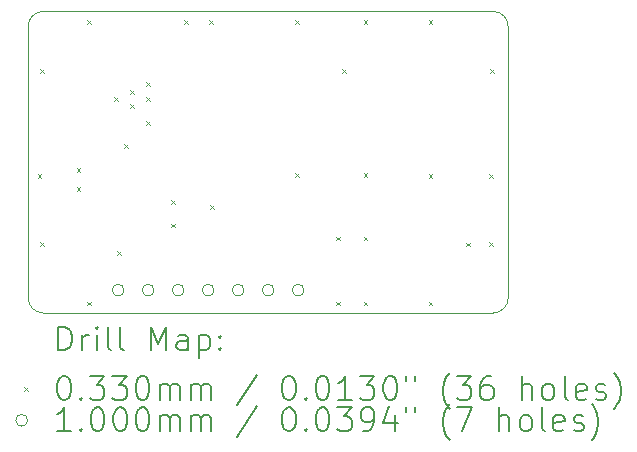
<source format=gbr>
%TF.GenerationSoftware,KiCad,Pcbnew,7.0.8*%
%TF.CreationDate,2023-10-02T15:07:20-07:00*%
%TF.ProjectId,PCM510xA_I2S_DAC,50434d35-3130-4784-915f-4932535f4441,0.0.2*%
%TF.SameCoordinates,Original*%
%TF.FileFunction,Drillmap*%
%TF.FilePolarity,Positive*%
%FSLAX45Y45*%
G04 Gerber Fmt 4.5, Leading zero omitted, Abs format (unit mm)*
G04 Created by KiCad (PCBNEW 7.0.8) date 2023-10-02 15:07:20*
%MOMM*%
%LPD*%
G01*
G04 APERTURE LIST*
%ADD10C,0.100000*%
%ADD11C,0.200000*%
%ADD12C,0.033020*%
G04 APERTURE END LIST*
D10*
X15748000Y-11532513D02*
X15748000Y-9233813D01*
X11684000Y-11532513D02*
G75*
G03*
X11811017Y-11659530I127020J3D01*
G01*
X11684000Y-9233813D02*
X11684000Y-11532513D01*
X15620983Y-11659530D02*
G75*
G03*
X15748000Y-11532513I7J127010D01*
G01*
X15748004Y-9233813D02*
G75*
G03*
X15620983Y-9106796I-127024J-7D01*
G01*
X15620983Y-9106796D02*
X11811000Y-9106796D01*
X15620983Y-11659530D02*
X11811000Y-11659530D01*
X11811017Y-9106790D02*
G75*
G03*
X11684000Y-9233813I13J-127030D01*
G01*
D11*
D12*
X11763490Y-10483490D02*
X11796510Y-10516510D01*
X11796510Y-10483490D02*
X11763490Y-10516510D01*
X11783490Y-9593490D02*
X11816510Y-9626510D01*
X11816510Y-9593490D02*
X11783490Y-9626510D01*
X11783490Y-11063490D02*
X11816510Y-11096510D01*
X11816510Y-11063490D02*
X11783490Y-11096510D01*
X12093490Y-10433490D02*
X12126510Y-10466510D01*
X12126510Y-10433490D02*
X12093490Y-10466510D01*
X12093490Y-10593490D02*
X12126510Y-10626510D01*
X12126510Y-10593490D02*
X12093490Y-10626510D01*
X12183490Y-9183490D02*
X12216510Y-9216510D01*
X12216510Y-9183490D02*
X12183490Y-9216510D01*
X12183490Y-11563490D02*
X12216510Y-11596510D01*
X12216510Y-11563490D02*
X12183490Y-11596510D01*
X12412490Y-9831490D02*
X12445510Y-9864510D01*
X12445510Y-9831490D02*
X12412490Y-9864510D01*
X12437490Y-11135490D02*
X12470510Y-11168510D01*
X12470510Y-11135490D02*
X12437490Y-11168510D01*
X12493490Y-10233490D02*
X12526510Y-10266510D01*
X12526510Y-10233490D02*
X12493490Y-10266510D01*
X12543490Y-9773490D02*
X12576510Y-9806510D01*
X12576510Y-9773490D02*
X12543490Y-9806510D01*
X12543490Y-9893490D02*
X12576510Y-9926510D01*
X12576510Y-9893490D02*
X12543490Y-9926510D01*
X12683490Y-9703490D02*
X12716510Y-9736510D01*
X12716510Y-9703490D02*
X12683490Y-9736510D01*
X12683490Y-9833490D02*
X12716510Y-9866510D01*
X12716510Y-9833490D02*
X12683490Y-9866510D01*
X12683490Y-10033490D02*
X12716510Y-10066510D01*
X12716510Y-10033490D02*
X12683490Y-10066510D01*
X12892490Y-10706490D02*
X12925510Y-10739510D01*
X12925510Y-10706490D02*
X12892490Y-10739510D01*
X12893490Y-10903490D02*
X12926510Y-10936510D01*
X12926510Y-10903490D02*
X12893490Y-10936510D01*
X13003490Y-9183490D02*
X13036510Y-9216510D01*
X13036510Y-9183490D02*
X13003490Y-9216510D01*
X13213490Y-9183490D02*
X13246510Y-9216510D01*
X13246510Y-9183490D02*
X13213490Y-9216510D01*
X13223490Y-10743490D02*
X13256510Y-10776510D01*
X13256510Y-10743490D02*
X13223490Y-10776510D01*
X13943490Y-9183490D02*
X13976510Y-9216510D01*
X13976510Y-9183490D02*
X13943490Y-9216510D01*
X13943490Y-10473490D02*
X13976510Y-10506510D01*
X13976510Y-10473490D02*
X13943490Y-10506510D01*
X14293490Y-11013490D02*
X14326510Y-11046510D01*
X14326510Y-11013490D02*
X14293490Y-11046510D01*
X14293490Y-11563490D02*
X14326510Y-11596510D01*
X14326510Y-11563490D02*
X14293490Y-11596510D01*
X14343490Y-9593490D02*
X14376510Y-9626510D01*
X14376510Y-9593490D02*
X14343490Y-9626510D01*
X14523490Y-9183490D02*
X14556510Y-9216510D01*
X14556510Y-9183490D02*
X14523490Y-9216510D01*
X14523490Y-10473490D02*
X14556510Y-10506510D01*
X14556510Y-10473490D02*
X14523490Y-10506510D01*
X14523490Y-11013490D02*
X14556510Y-11046510D01*
X14556510Y-11013490D02*
X14523490Y-11046510D01*
X14523490Y-11563490D02*
X14556510Y-11596510D01*
X14556510Y-11563490D02*
X14523490Y-11596510D01*
X15073490Y-9183490D02*
X15106510Y-9216510D01*
X15106510Y-9183490D02*
X15073490Y-9216510D01*
X15073490Y-11563490D02*
X15106510Y-11596510D01*
X15106510Y-11563490D02*
X15073490Y-11596510D01*
X15073630Y-10482223D02*
X15106650Y-10515243D01*
X15106650Y-10482223D02*
X15073630Y-10515243D01*
X15388590Y-11063883D02*
X15421610Y-11096903D01*
X15421610Y-11063883D02*
X15388590Y-11096903D01*
X15583490Y-10483490D02*
X15616510Y-10516510D01*
X15616510Y-10483490D02*
X15583490Y-10516510D01*
X15583490Y-11063490D02*
X15616510Y-11096510D01*
X15616510Y-11063490D02*
X15583490Y-11096510D01*
X15593490Y-9593490D02*
X15626510Y-9626510D01*
X15626510Y-9593490D02*
X15593490Y-9626510D01*
D10*
X12496000Y-11466513D02*
G75*
G03*
X12496000Y-11466513I-50000J0D01*
G01*
X12750000Y-11466513D02*
G75*
G03*
X12750000Y-11466513I-50000J0D01*
G01*
X13004000Y-11466513D02*
G75*
G03*
X13004000Y-11466513I-50000J0D01*
G01*
X13258000Y-11466513D02*
G75*
G03*
X13258000Y-11466513I-50000J0D01*
G01*
X13512000Y-11466513D02*
G75*
G03*
X13512000Y-11466513I-50000J0D01*
G01*
X13766000Y-11466513D02*
G75*
G03*
X13766000Y-11466513I-50000J0D01*
G01*
X14020000Y-11466513D02*
G75*
G03*
X14020000Y-11466513I-50000J0D01*
G01*
D11*
X11939777Y-11976014D02*
X11939777Y-11776014D01*
X11939777Y-11776014D02*
X11987396Y-11776014D01*
X11987396Y-11776014D02*
X12015967Y-11785538D01*
X12015967Y-11785538D02*
X12035015Y-11804585D01*
X12035015Y-11804585D02*
X12044539Y-11823633D01*
X12044539Y-11823633D02*
X12054062Y-11861728D01*
X12054062Y-11861728D02*
X12054062Y-11890299D01*
X12054062Y-11890299D02*
X12044539Y-11928395D01*
X12044539Y-11928395D02*
X12035015Y-11947442D01*
X12035015Y-11947442D02*
X12015967Y-11966490D01*
X12015967Y-11966490D02*
X11987396Y-11976014D01*
X11987396Y-11976014D02*
X11939777Y-11976014D01*
X12139777Y-11976014D02*
X12139777Y-11842680D01*
X12139777Y-11880776D02*
X12149301Y-11861728D01*
X12149301Y-11861728D02*
X12158824Y-11852204D01*
X12158824Y-11852204D02*
X12177872Y-11842680D01*
X12177872Y-11842680D02*
X12196920Y-11842680D01*
X12263586Y-11976014D02*
X12263586Y-11842680D01*
X12263586Y-11776014D02*
X12254062Y-11785538D01*
X12254062Y-11785538D02*
X12263586Y-11795061D01*
X12263586Y-11795061D02*
X12273110Y-11785538D01*
X12273110Y-11785538D02*
X12263586Y-11776014D01*
X12263586Y-11776014D02*
X12263586Y-11795061D01*
X12387396Y-11976014D02*
X12368348Y-11966490D01*
X12368348Y-11966490D02*
X12358824Y-11947442D01*
X12358824Y-11947442D02*
X12358824Y-11776014D01*
X12492158Y-11976014D02*
X12473110Y-11966490D01*
X12473110Y-11966490D02*
X12463586Y-11947442D01*
X12463586Y-11947442D02*
X12463586Y-11776014D01*
X12720729Y-11976014D02*
X12720729Y-11776014D01*
X12720729Y-11776014D02*
X12787396Y-11918871D01*
X12787396Y-11918871D02*
X12854062Y-11776014D01*
X12854062Y-11776014D02*
X12854062Y-11976014D01*
X13035015Y-11976014D02*
X13035015Y-11871252D01*
X13035015Y-11871252D02*
X13025491Y-11852204D01*
X13025491Y-11852204D02*
X13006443Y-11842680D01*
X13006443Y-11842680D02*
X12968348Y-11842680D01*
X12968348Y-11842680D02*
X12949301Y-11852204D01*
X13035015Y-11966490D02*
X13015967Y-11976014D01*
X13015967Y-11976014D02*
X12968348Y-11976014D01*
X12968348Y-11976014D02*
X12949301Y-11966490D01*
X12949301Y-11966490D02*
X12939777Y-11947442D01*
X12939777Y-11947442D02*
X12939777Y-11928395D01*
X12939777Y-11928395D02*
X12949301Y-11909347D01*
X12949301Y-11909347D02*
X12968348Y-11899823D01*
X12968348Y-11899823D02*
X13015967Y-11899823D01*
X13015967Y-11899823D02*
X13035015Y-11890299D01*
X13130253Y-11842680D02*
X13130253Y-12042680D01*
X13130253Y-11852204D02*
X13149301Y-11842680D01*
X13149301Y-11842680D02*
X13187396Y-11842680D01*
X13187396Y-11842680D02*
X13206443Y-11852204D01*
X13206443Y-11852204D02*
X13215967Y-11861728D01*
X13215967Y-11861728D02*
X13225491Y-11880776D01*
X13225491Y-11880776D02*
X13225491Y-11937918D01*
X13225491Y-11937918D02*
X13215967Y-11956966D01*
X13215967Y-11956966D02*
X13206443Y-11966490D01*
X13206443Y-11966490D02*
X13187396Y-11976014D01*
X13187396Y-11976014D02*
X13149301Y-11976014D01*
X13149301Y-11976014D02*
X13130253Y-11966490D01*
X13311205Y-11956966D02*
X13320729Y-11966490D01*
X13320729Y-11966490D02*
X13311205Y-11976014D01*
X13311205Y-11976014D02*
X13301682Y-11966490D01*
X13301682Y-11966490D02*
X13311205Y-11956966D01*
X13311205Y-11956966D02*
X13311205Y-11976014D01*
X13311205Y-11852204D02*
X13320729Y-11861728D01*
X13320729Y-11861728D02*
X13311205Y-11871252D01*
X13311205Y-11871252D02*
X13301682Y-11861728D01*
X13301682Y-11861728D02*
X13311205Y-11852204D01*
X13311205Y-11852204D02*
X13311205Y-11871252D01*
D12*
X11645980Y-12288020D02*
X11679000Y-12321040D01*
X11679000Y-12288020D02*
X11645980Y-12321040D01*
D11*
X11977872Y-12196014D02*
X11996920Y-12196014D01*
X11996920Y-12196014D02*
X12015967Y-12205538D01*
X12015967Y-12205538D02*
X12025491Y-12215061D01*
X12025491Y-12215061D02*
X12035015Y-12234109D01*
X12035015Y-12234109D02*
X12044539Y-12272204D01*
X12044539Y-12272204D02*
X12044539Y-12319823D01*
X12044539Y-12319823D02*
X12035015Y-12357918D01*
X12035015Y-12357918D02*
X12025491Y-12376966D01*
X12025491Y-12376966D02*
X12015967Y-12386490D01*
X12015967Y-12386490D02*
X11996920Y-12396014D01*
X11996920Y-12396014D02*
X11977872Y-12396014D01*
X11977872Y-12396014D02*
X11958824Y-12386490D01*
X11958824Y-12386490D02*
X11949301Y-12376966D01*
X11949301Y-12376966D02*
X11939777Y-12357918D01*
X11939777Y-12357918D02*
X11930253Y-12319823D01*
X11930253Y-12319823D02*
X11930253Y-12272204D01*
X11930253Y-12272204D02*
X11939777Y-12234109D01*
X11939777Y-12234109D02*
X11949301Y-12215061D01*
X11949301Y-12215061D02*
X11958824Y-12205538D01*
X11958824Y-12205538D02*
X11977872Y-12196014D01*
X12130253Y-12376966D02*
X12139777Y-12386490D01*
X12139777Y-12386490D02*
X12130253Y-12396014D01*
X12130253Y-12396014D02*
X12120729Y-12386490D01*
X12120729Y-12386490D02*
X12130253Y-12376966D01*
X12130253Y-12376966D02*
X12130253Y-12396014D01*
X12206443Y-12196014D02*
X12330253Y-12196014D01*
X12330253Y-12196014D02*
X12263586Y-12272204D01*
X12263586Y-12272204D02*
X12292158Y-12272204D01*
X12292158Y-12272204D02*
X12311205Y-12281728D01*
X12311205Y-12281728D02*
X12320729Y-12291252D01*
X12320729Y-12291252D02*
X12330253Y-12310299D01*
X12330253Y-12310299D02*
X12330253Y-12357918D01*
X12330253Y-12357918D02*
X12320729Y-12376966D01*
X12320729Y-12376966D02*
X12311205Y-12386490D01*
X12311205Y-12386490D02*
X12292158Y-12396014D01*
X12292158Y-12396014D02*
X12235015Y-12396014D01*
X12235015Y-12396014D02*
X12215967Y-12386490D01*
X12215967Y-12386490D02*
X12206443Y-12376966D01*
X12396920Y-12196014D02*
X12520729Y-12196014D01*
X12520729Y-12196014D02*
X12454062Y-12272204D01*
X12454062Y-12272204D02*
X12482634Y-12272204D01*
X12482634Y-12272204D02*
X12501682Y-12281728D01*
X12501682Y-12281728D02*
X12511205Y-12291252D01*
X12511205Y-12291252D02*
X12520729Y-12310299D01*
X12520729Y-12310299D02*
X12520729Y-12357918D01*
X12520729Y-12357918D02*
X12511205Y-12376966D01*
X12511205Y-12376966D02*
X12501682Y-12386490D01*
X12501682Y-12386490D02*
X12482634Y-12396014D01*
X12482634Y-12396014D02*
X12425491Y-12396014D01*
X12425491Y-12396014D02*
X12406443Y-12386490D01*
X12406443Y-12386490D02*
X12396920Y-12376966D01*
X12644539Y-12196014D02*
X12663586Y-12196014D01*
X12663586Y-12196014D02*
X12682634Y-12205538D01*
X12682634Y-12205538D02*
X12692158Y-12215061D01*
X12692158Y-12215061D02*
X12701682Y-12234109D01*
X12701682Y-12234109D02*
X12711205Y-12272204D01*
X12711205Y-12272204D02*
X12711205Y-12319823D01*
X12711205Y-12319823D02*
X12701682Y-12357918D01*
X12701682Y-12357918D02*
X12692158Y-12376966D01*
X12692158Y-12376966D02*
X12682634Y-12386490D01*
X12682634Y-12386490D02*
X12663586Y-12396014D01*
X12663586Y-12396014D02*
X12644539Y-12396014D01*
X12644539Y-12396014D02*
X12625491Y-12386490D01*
X12625491Y-12386490D02*
X12615967Y-12376966D01*
X12615967Y-12376966D02*
X12606443Y-12357918D01*
X12606443Y-12357918D02*
X12596920Y-12319823D01*
X12596920Y-12319823D02*
X12596920Y-12272204D01*
X12596920Y-12272204D02*
X12606443Y-12234109D01*
X12606443Y-12234109D02*
X12615967Y-12215061D01*
X12615967Y-12215061D02*
X12625491Y-12205538D01*
X12625491Y-12205538D02*
X12644539Y-12196014D01*
X12796920Y-12396014D02*
X12796920Y-12262680D01*
X12796920Y-12281728D02*
X12806443Y-12272204D01*
X12806443Y-12272204D02*
X12825491Y-12262680D01*
X12825491Y-12262680D02*
X12854063Y-12262680D01*
X12854063Y-12262680D02*
X12873110Y-12272204D01*
X12873110Y-12272204D02*
X12882634Y-12291252D01*
X12882634Y-12291252D02*
X12882634Y-12396014D01*
X12882634Y-12291252D02*
X12892158Y-12272204D01*
X12892158Y-12272204D02*
X12911205Y-12262680D01*
X12911205Y-12262680D02*
X12939777Y-12262680D01*
X12939777Y-12262680D02*
X12958824Y-12272204D01*
X12958824Y-12272204D02*
X12968348Y-12291252D01*
X12968348Y-12291252D02*
X12968348Y-12396014D01*
X13063586Y-12396014D02*
X13063586Y-12262680D01*
X13063586Y-12281728D02*
X13073110Y-12272204D01*
X13073110Y-12272204D02*
X13092158Y-12262680D01*
X13092158Y-12262680D02*
X13120729Y-12262680D01*
X13120729Y-12262680D02*
X13139777Y-12272204D01*
X13139777Y-12272204D02*
X13149301Y-12291252D01*
X13149301Y-12291252D02*
X13149301Y-12396014D01*
X13149301Y-12291252D02*
X13158824Y-12272204D01*
X13158824Y-12272204D02*
X13177872Y-12262680D01*
X13177872Y-12262680D02*
X13206443Y-12262680D01*
X13206443Y-12262680D02*
X13225491Y-12272204D01*
X13225491Y-12272204D02*
X13235015Y-12291252D01*
X13235015Y-12291252D02*
X13235015Y-12396014D01*
X13625491Y-12186490D02*
X13454063Y-12443633D01*
X13882634Y-12196014D02*
X13901682Y-12196014D01*
X13901682Y-12196014D02*
X13920729Y-12205538D01*
X13920729Y-12205538D02*
X13930253Y-12215061D01*
X13930253Y-12215061D02*
X13939777Y-12234109D01*
X13939777Y-12234109D02*
X13949301Y-12272204D01*
X13949301Y-12272204D02*
X13949301Y-12319823D01*
X13949301Y-12319823D02*
X13939777Y-12357918D01*
X13939777Y-12357918D02*
X13930253Y-12376966D01*
X13930253Y-12376966D02*
X13920729Y-12386490D01*
X13920729Y-12386490D02*
X13901682Y-12396014D01*
X13901682Y-12396014D02*
X13882634Y-12396014D01*
X13882634Y-12396014D02*
X13863586Y-12386490D01*
X13863586Y-12386490D02*
X13854063Y-12376966D01*
X13854063Y-12376966D02*
X13844539Y-12357918D01*
X13844539Y-12357918D02*
X13835015Y-12319823D01*
X13835015Y-12319823D02*
X13835015Y-12272204D01*
X13835015Y-12272204D02*
X13844539Y-12234109D01*
X13844539Y-12234109D02*
X13854063Y-12215061D01*
X13854063Y-12215061D02*
X13863586Y-12205538D01*
X13863586Y-12205538D02*
X13882634Y-12196014D01*
X14035015Y-12376966D02*
X14044539Y-12386490D01*
X14044539Y-12386490D02*
X14035015Y-12396014D01*
X14035015Y-12396014D02*
X14025491Y-12386490D01*
X14025491Y-12386490D02*
X14035015Y-12376966D01*
X14035015Y-12376966D02*
X14035015Y-12396014D01*
X14168348Y-12196014D02*
X14187396Y-12196014D01*
X14187396Y-12196014D02*
X14206444Y-12205538D01*
X14206444Y-12205538D02*
X14215967Y-12215061D01*
X14215967Y-12215061D02*
X14225491Y-12234109D01*
X14225491Y-12234109D02*
X14235015Y-12272204D01*
X14235015Y-12272204D02*
X14235015Y-12319823D01*
X14235015Y-12319823D02*
X14225491Y-12357918D01*
X14225491Y-12357918D02*
X14215967Y-12376966D01*
X14215967Y-12376966D02*
X14206444Y-12386490D01*
X14206444Y-12386490D02*
X14187396Y-12396014D01*
X14187396Y-12396014D02*
X14168348Y-12396014D01*
X14168348Y-12396014D02*
X14149301Y-12386490D01*
X14149301Y-12386490D02*
X14139777Y-12376966D01*
X14139777Y-12376966D02*
X14130253Y-12357918D01*
X14130253Y-12357918D02*
X14120729Y-12319823D01*
X14120729Y-12319823D02*
X14120729Y-12272204D01*
X14120729Y-12272204D02*
X14130253Y-12234109D01*
X14130253Y-12234109D02*
X14139777Y-12215061D01*
X14139777Y-12215061D02*
X14149301Y-12205538D01*
X14149301Y-12205538D02*
X14168348Y-12196014D01*
X14425491Y-12396014D02*
X14311206Y-12396014D01*
X14368348Y-12396014D02*
X14368348Y-12196014D01*
X14368348Y-12196014D02*
X14349301Y-12224585D01*
X14349301Y-12224585D02*
X14330253Y-12243633D01*
X14330253Y-12243633D02*
X14311206Y-12253157D01*
X14492158Y-12196014D02*
X14615967Y-12196014D01*
X14615967Y-12196014D02*
X14549301Y-12272204D01*
X14549301Y-12272204D02*
X14577872Y-12272204D01*
X14577872Y-12272204D02*
X14596920Y-12281728D01*
X14596920Y-12281728D02*
X14606444Y-12291252D01*
X14606444Y-12291252D02*
X14615967Y-12310299D01*
X14615967Y-12310299D02*
X14615967Y-12357918D01*
X14615967Y-12357918D02*
X14606444Y-12376966D01*
X14606444Y-12376966D02*
X14596920Y-12386490D01*
X14596920Y-12386490D02*
X14577872Y-12396014D01*
X14577872Y-12396014D02*
X14520729Y-12396014D01*
X14520729Y-12396014D02*
X14501682Y-12386490D01*
X14501682Y-12386490D02*
X14492158Y-12376966D01*
X14739777Y-12196014D02*
X14758825Y-12196014D01*
X14758825Y-12196014D02*
X14777872Y-12205538D01*
X14777872Y-12205538D02*
X14787396Y-12215061D01*
X14787396Y-12215061D02*
X14796920Y-12234109D01*
X14796920Y-12234109D02*
X14806444Y-12272204D01*
X14806444Y-12272204D02*
X14806444Y-12319823D01*
X14806444Y-12319823D02*
X14796920Y-12357918D01*
X14796920Y-12357918D02*
X14787396Y-12376966D01*
X14787396Y-12376966D02*
X14777872Y-12386490D01*
X14777872Y-12386490D02*
X14758825Y-12396014D01*
X14758825Y-12396014D02*
X14739777Y-12396014D01*
X14739777Y-12396014D02*
X14720729Y-12386490D01*
X14720729Y-12386490D02*
X14711206Y-12376966D01*
X14711206Y-12376966D02*
X14701682Y-12357918D01*
X14701682Y-12357918D02*
X14692158Y-12319823D01*
X14692158Y-12319823D02*
X14692158Y-12272204D01*
X14692158Y-12272204D02*
X14701682Y-12234109D01*
X14701682Y-12234109D02*
X14711206Y-12215061D01*
X14711206Y-12215061D02*
X14720729Y-12205538D01*
X14720729Y-12205538D02*
X14739777Y-12196014D01*
X14882634Y-12196014D02*
X14882634Y-12234109D01*
X14958825Y-12196014D02*
X14958825Y-12234109D01*
X15254063Y-12472204D02*
X15244539Y-12462680D01*
X15244539Y-12462680D02*
X15225491Y-12434109D01*
X15225491Y-12434109D02*
X15215968Y-12415061D01*
X15215968Y-12415061D02*
X15206444Y-12386490D01*
X15206444Y-12386490D02*
X15196920Y-12338871D01*
X15196920Y-12338871D02*
X15196920Y-12300776D01*
X15196920Y-12300776D02*
X15206444Y-12253157D01*
X15206444Y-12253157D02*
X15215968Y-12224585D01*
X15215968Y-12224585D02*
X15225491Y-12205538D01*
X15225491Y-12205538D02*
X15244539Y-12176966D01*
X15244539Y-12176966D02*
X15254063Y-12167442D01*
X15311206Y-12196014D02*
X15435015Y-12196014D01*
X15435015Y-12196014D02*
X15368348Y-12272204D01*
X15368348Y-12272204D02*
X15396920Y-12272204D01*
X15396920Y-12272204D02*
X15415968Y-12281728D01*
X15415968Y-12281728D02*
X15425491Y-12291252D01*
X15425491Y-12291252D02*
X15435015Y-12310299D01*
X15435015Y-12310299D02*
X15435015Y-12357918D01*
X15435015Y-12357918D02*
X15425491Y-12376966D01*
X15425491Y-12376966D02*
X15415968Y-12386490D01*
X15415968Y-12386490D02*
X15396920Y-12396014D01*
X15396920Y-12396014D02*
X15339777Y-12396014D01*
X15339777Y-12396014D02*
X15320729Y-12386490D01*
X15320729Y-12386490D02*
X15311206Y-12376966D01*
X15606444Y-12196014D02*
X15568348Y-12196014D01*
X15568348Y-12196014D02*
X15549301Y-12205538D01*
X15549301Y-12205538D02*
X15539777Y-12215061D01*
X15539777Y-12215061D02*
X15520729Y-12243633D01*
X15520729Y-12243633D02*
X15511206Y-12281728D01*
X15511206Y-12281728D02*
X15511206Y-12357918D01*
X15511206Y-12357918D02*
X15520729Y-12376966D01*
X15520729Y-12376966D02*
X15530253Y-12386490D01*
X15530253Y-12386490D02*
X15549301Y-12396014D01*
X15549301Y-12396014D02*
X15587396Y-12396014D01*
X15587396Y-12396014D02*
X15606444Y-12386490D01*
X15606444Y-12386490D02*
X15615968Y-12376966D01*
X15615968Y-12376966D02*
X15625491Y-12357918D01*
X15625491Y-12357918D02*
X15625491Y-12310299D01*
X15625491Y-12310299D02*
X15615968Y-12291252D01*
X15615968Y-12291252D02*
X15606444Y-12281728D01*
X15606444Y-12281728D02*
X15587396Y-12272204D01*
X15587396Y-12272204D02*
X15549301Y-12272204D01*
X15549301Y-12272204D02*
X15530253Y-12281728D01*
X15530253Y-12281728D02*
X15520729Y-12291252D01*
X15520729Y-12291252D02*
X15511206Y-12310299D01*
X15863587Y-12396014D02*
X15863587Y-12196014D01*
X15949301Y-12396014D02*
X15949301Y-12291252D01*
X15949301Y-12291252D02*
X15939777Y-12272204D01*
X15939777Y-12272204D02*
X15920730Y-12262680D01*
X15920730Y-12262680D02*
X15892158Y-12262680D01*
X15892158Y-12262680D02*
X15873110Y-12272204D01*
X15873110Y-12272204D02*
X15863587Y-12281728D01*
X16073110Y-12396014D02*
X16054063Y-12386490D01*
X16054063Y-12386490D02*
X16044539Y-12376966D01*
X16044539Y-12376966D02*
X16035015Y-12357918D01*
X16035015Y-12357918D02*
X16035015Y-12300776D01*
X16035015Y-12300776D02*
X16044539Y-12281728D01*
X16044539Y-12281728D02*
X16054063Y-12272204D01*
X16054063Y-12272204D02*
X16073110Y-12262680D01*
X16073110Y-12262680D02*
X16101682Y-12262680D01*
X16101682Y-12262680D02*
X16120730Y-12272204D01*
X16120730Y-12272204D02*
X16130253Y-12281728D01*
X16130253Y-12281728D02*
X16139777Y-12300776D01*
X16139777Y-12300776D02*
X16139777Y-12357918D01*
X16139777Y-12357918D02*
X16130253Y-12376966D01*
X16130253Y-12376966D02*
X16120730Y-12386490D01*
X16120730Y-12386490D02*
X16101682Y-12396014D01*
X16101682Y-12396014D02*
X16073110Y-12396014D01*
X16254063Y-12396014D02*
X16235015Y-12386490D01*
X16235015Y-12386490D02*
X16225491Y-12367442D01*
X16225491Y-12367442D02*
X16225491Y-12196014D01*
X16406444Y-12386490D02*
X16387396Y-12396014D01*
X16387396Y-12396014D02*
X16349301Y-12396014D01*
X16349301Y-12396014D02*
X16330253Y-12386490D01*
X16330253Y-12386490D02*
X16320730Y-12367442D01*
X16320730Y-12367442D02*
X16320730Y-12291252D01*
X16320730Y-12291252D02*
X16330253Y-12272204D01*
X16330253Y-12272204D02*
X16349301Y-12262680D01*
X16349301Y-12262680D02*
X16387396Y-12262680D01*
X16387396Y-12262680D02*
X16406444Y-12272204D01*
X16406444Y-12272204D02*
X16415968Y-12291252D01*
X16415968Y-12291252D02*
X16415968Y-12310299D01*
X16415968Y-12310299D02*
X16320730Y-12329347D01*
X16492158Y-12386490D02*
X16511206Y-12396014D01*
X16511206Y-12396014D02*
X16549301Y-12396014D01*
X16549301Y-12396014D02*
X16568349Y-12386490D01*
X16568349Y-12386490D02*
X16577872Y-12367442D01*
X16577872Y-12367442D02*
X16577872Y-12357918D01*
X16577872Y-12357918D02*
X16568349Y-12338871D01*
X16568349Y-12338871D02*
X16549301Y-12329347D01*
X16549301Y-12329347D02*
X16520730Y-12329347D01*
X16520730Y-12329347D02*
X16501682Y-12319823D01*
X16501682Y-12319823D02*
X16492158Y-12300776D01*
X16492158Y-12300776D02*
X16492158Y-12291252D01*
X16492158Y-12291252D02*
X16501682Y-12272204D01*
X16501682Y-12272204D02*
X16520730Y-12262680D01*
X16520730Y-12262680D02*
X16549301Y-12262680D01*
X16549301Y-12262680D02*
X16568349Y-12272204D01*
X16644539Y-12472204D02*
X16654063Y-12462680D01*
X16654063Y-12462680D02*
X16673111Y-12434109D01*
X16673111Y-12434109D02*
X16682634Y-12415061D01*
X16682634Y-12415061D02*
X16692158Y-12386490D01*
X16692158Y-12386490D02*
X16701682Y-12338871D01*
X16701682Y-12338871D02*
X16701682Y-12300776D01*
X16701682Y-12300776D02*
X16692158Y-12253157D01*
X16692158Y-12253157D02*
X16682634Y-12224585D01*
X16682634Y-12224585D02*
X16673111Y-12205538D01*
X16673111Y-12205538D02*
X16654063Y-12176966D01*
X16654063Y-12176966D02*
X16644539Y-12167442D01*
D10*
X11679000Y-12568530D02*
G75*
G03*
X11679000Y-12568530I-50000J0D01*
G01*
D11*
X12044539Y-12660014D02*
X11930253Y-12660014D01*
X11987396Y-12660014D02*
X11987396Y-12460014D01*
X11987396Y-12460014D02*
X11968348Y-12488585D01*
X11968348Y-12488585D02*
X11949301Y-12507633D01*
X11949301Y-12507633D02*
X11930253Y-12517157D01*
X12130253Y-12640966D02*
X12139777Y-12650490D01*
X12139777Y-12650490D02*
X12130253Y-12660014D01*
X12130253Y-12660014D02*
X12120729Y-12650490D01*
X12120729Y-12650490D02*
X12130253Y-12640966D01*
X12130253Y-12640966D02*
X12130253Y-12660014D01*
X12263586Y-12460014D02*
X12282634Y-12460014D01*
X12282634Y-12460014D02*
X12301682Y-12469538D01*
X12301682Y-12469538D02*
X12311205Y-12479061D01*
X12311205Y-12479061D02*
X12320729Y-12498109D01*
X12320729Y-12498109D02*
X12330253Y-12536204D01*
X12330253Y-12536204D02*
X12330253Y-12583823D01*
X12330253Y-12583823D02*
X12320729Y-12621918D01*
X12320729Y-12621918D02*
X12311205Y-12640966D01*
X12311205Y-12640966D02*
X12301682Y-12650490D01*
X12301682Y-12650490D02*
X12282634Y-12660014D01*
X12282634Y-12660014D02*
X12263586Y-12660014D01*
X12263586Y-12660014D02*
X12244539Y-12650490D01*
X12244539Y-12650490D02*
X12235015Y-12640966D01*
X12235015Y-12640966D02*
X12225491Y-12621918D01*
X12225491Y-12621918D02*
X12215967Y-12583823D01*
X12215967Y-12583823D02*
X12215967Y-12536204D01*
X12215967Y-12536204D02*
X12225491Y-12498109D01*
X12225491Y-12498109D02*
X12235015Y-12479061D01*
X12235015Y-12479061D02*
X12244539Y-12469538D01*
X12244539Y-12469538D02*
X12263586Y-12460014D01*
X12454062Y-12460014D02*
X12473110Y-12460014D01*
X12473110Y-12460014D02*
X12492158Y-12469538D01*
X12492158Y-12469538D02*
X12501682Y-12479061D01*
X12501682Y-12479061D02*
X12511205Y-12498109D01*
X12511205Y-12498109D02*
X12520729Y-12536204D01*
X12520729Y-12536204D02*
X12520729Y-12583823D01*
X12520729Y-12583823D02*
X12511205Y-12621918D01*
X12511205Y-12621918D02*
X12501682Y-12640966D01*
X12501682Y-12640966D02*
X12492158Y-12650490D01*
X12492158Y-12650490D02*
X12473110Y-12660014D01*
X12473110Y-12660014D02*
X12454062Y-12660014D01*
X12454062Y-12660014D02*
X12435015Y-12650490D01*
X12435015Y-12650490D02*
X12425491Y-12640966D01*
X12425491Y-12640966D02*
X12415967Y-12621918D01*
X12415967Y-12621918D02*
X12406443Y-12583823D01*
X12406443Y-12583823D02*
X12406443Y-12536204D01*
X12406443Y-12536204D02*
X12415967Y-12498109D01*
X12415967Y-12498109D02*
X12425491Y-12479061D01*
X12425491Y-12479061D02*
X12435015Y-12469538D01*
X12435015Y-12469538D02*
X12454062Y-12460014D01*
X12644539Y-12460014D02*
X12663586Y-12460014D01*
X12663586Y-12460014D02*
X12682634Y-12469538D01*
X12682634Y-12469538D02*
X12692158Y-12479061D01*
X12692158Y-12479061D02*
X12701682Y-12498109D01*
X12701682Y-12498109D02*
X12711205Y-12536204D01*
X12711205Y-12536204D02*
X12711205Y-12583823D01*
X12711205Y-12583823D02*
X12701682Y-12621918D01*
X12701682Y-12621918D02*
X12692158Y-12640966D01*
X12692158Y-12640966D02*
X12682634Y-12650490D01*
X12682634Y-12650490D02*
X12663586Y-12660014D01*
X12663586Y-12660014D02*
X12644539Y-12660014D01*
X12644539Y-12660014D02*
X12625491Y-12650490D01*
X12625491Y-12650490D02*
X12615967Y-12640966D01*
X12615967Y-12640966D02*
X12606443Y-12621918D01*
X12606443Y-12621918D02*
X12596920Y-12583823D01*
X12596920Y-12583823D02*
X12596920Y-12536204D01*
X12596920Y-12536204D02*
X12606443Y-12498109D01*
X12606443Y-12498109D02*
X12615967Y-12479061D01*
X12615967Y-12479061D02*
X12625491Y-12469538D01*
X12625491Y-12469538D02*
X12644539Y-12460014D01*
X12796920Y-12660014D02*
X12796920Y-12526680D01*
X12796920Y-12545728D02*
X12806443Y-12536204D01*
X12806443Y-12536204D02*
X12825491Y-12526680D01*
X12825491Y-12526680D02*
X12854063Y-12526680D01*
X12854063Y-12526680D02*
X12873110Y-12536204D01*
X12873110Y-12536204D02*
X12882634Y-12555252D01*
X12882634Y-12555252D02*
X12882634Y-12660014D01*
X12882634Y-12555252D02*
X12892158Y-12536204D01*
X12892158Y-12536204D02*
X12911205Y-12526680D01*
X12911205Y-12526680D02*
X12939777Y-12526680D01*
X12939777Y-12526680D02*
X12958824Y-12536204D01*
X12958824Y-12536204D02*
X12968348Y-12555252D01*
X12968348Y-12555252D02*
X12968348Y-12660014D01*
X13063586Y-12660014D02*
X13063586Y-12526680D01*
X13063586Y-12545728D02*
X13073110Y-12536204D01*
X13073110Y-12536204D02*
X13092158Y-12526680D01*
X13092158Y-12526680D02*
X13120729Y-12526680D01*
X13120729Y-12526680D02*
X13139777Y-12536204D01*
X13139777Y-12536204D02*
X13149301Y-12555252D01*
X13149301Y-12555252D02*
X13149301Y-12660014D01*
X13149301Y-12555252D02*
X13158824Y-12536204D01*
X13158824Y-12536204D02*
X13177872Y-12526680D01*
X13177872Y-12526680D02*
X13206443Y-12526680D01*
X13206443Y-12526680D02*
X13225491Y-12536204D01*
X13225491Y-12536204D02*
X13235015Y-12555252D01*
X13235015Y-12555252D02*
X13235015Y-12660014D01*
X13625491Y-12450490D02*
X13454063Y-12707633D01*
X13882634Y-12460014D02*
X13901682Y-12460014D01*
X13901682Y-12460014D02*
X13920729Y-12469538D01*
X13920729Y-12469538D02*
X13930253Y-12479061D01*
X13930253Y-12479061D02*
X13939777Y-12498109D01*
X13939777Y-12498109D02*
X13949301Y-12536204D01*
X13949301Y-12536204D02*
X13949301Y-12583823D01*
X13949301Y-12583823D02*
X13939777Y-12621918D01*
X13939777Y-12621918D02*
X13930253Y-12640966D01*
X13930253Y-12640966D02*
X13920729Y-12650490D01*
X13920729Y-12650490D02*
X13901682Y-12660014D01*
X13901682Y-12660014D02*
X13882634Y-12660014D01*
X13882634Y-12660014D02*
X13863586Y-12650490D01*
X13863586Y-12650490D02*
X13854063Y-12640966D01*
X13854063Y-12640966D02*
X13844539Y-12621918D01*
X13844539Y-12621918D02*
X13835015Y-12583823D01*
X13835015Y-12583823D02*
X13835015Y-12536204D01*
X13835015Y-12536204D02*
X13844539Y-12498109D01*
X13844539Y-12498109D02*
X13854063Y-12479061D01*
X13854063Y-12479061D02*
X13863586Y-12469538D01*
X13863586Y-12469538D02*
X13882634Y-12460014D01*
X14035015Y-12640966D02*
X14044539Y-12650490D01*
X14044539Y-12650490D02*
X14035015Y-12660014D01*
X14035015Y-12660014D02*
X14025491Y-12650490D01*
X14025491Y-12650490D02*
X14035015Y-12640966D01*
X14035015Y-12640966D02*
X14035015Y-12660014D01*
X14168348Y-12460014D02*
X14187396Y-12460014D01*
X14187396Y-12460014D02*
X14206444Y-12469538D01*
X14206444Y-12469538D02*
X14215967Y-12479061D01*
X14215967Y-12479061D02*
X14225491Y-12498109D01*
X14225491Y-12498109D02*
X14235015Y-12536204D01*
X14235015Y-12536204D02*
X14235015Y-12583823D01*
X14235015Y-12583823D02*
X14225491Y-12621918D01*
X14225491Y-12621918D02*
X14215967Y-12640966D01*
X14215967Y-12640966D02*
X14206444Y-12650490D01*
X14206444Y-12650490D02*
X14187396Y-12660014D01*
X14187396Y-12660014D02*
X14168348Y-12660014D01*
X14168348Y-12660014D02*
X14149301Y-12650490D01*
X14149301Y-12650490D02*
X14139777Y-12640966D01*
X14139777Y-12640966D02*
X14130253Y-12621918D01*
X14130253Y-12621918D02*
X14120729Y-12583823D01*
X14120729Y-12583823D02*
X14120729Y-12536204D01*
X14120729Y-12536204D02*
X14130253Y-12498109D01*
X14130253Y-12498109D02*
X14139777Y-12479061D01*
X14139777Y-12479061D02*
X14149301Y-12469538D01*
X14149301Y-12469538D02*
X14168348Y-12460014D01*
X14301682Y-12460014D02*
X14425491Y-12460014D01*
X14425491Y-12460014D02*
X14358825Y-12536204D01*
X14358825Y-12536204D02*
X14387396Y-12536204D01*
X14387396Y-12536204D02*
X14406444Y-12545728D01*
X14406444Y-12545728D02*
X14415967Y-12555252D01*
X14415967Y-12555252D02*
X14425491Y-12574299D01*
X14425491Y-12574299D02*
X14425491Y-12621918D01*
X14425491Y-12621918D02*
X14415967Y-12640966D01*
X14415967Y-12640966D02*
X14406444Y-12650490D01*
X14406444Y-12650490D02*
X14387396Y-12660014D01*
X14387396Y-12660014D02*
X14330253Y-12660014D01*
X14330253Y-12660014D02*
X14311206Y-12650490D01*
X14311206Y-12650490D02*
X14301682Y-12640966D01*
X14520729Y-12660014D02*
X14558825Y-12660014D01*
X14558825Y-12660014D02*
X14577872Y-12650490D01*
X14577872Y-12650490D02*
X14587396Y-12640966D01*
X14587396Y-12640966D02*
X14606444Y-12612395D01*
X14606444Y-12612395D02*
X14615967Y-12574299D01*
X14615967Y-12574299D02*
X14615967Y-12498109D01*
X14615967Y-12498109D02*
X14606444Y-12479061D01*
X14606444Y-12479061D02*
X14596920Y-12469538D01*
X14596920Y-12469538D02*
X14577872Y-12460014D01*
X14577872Y-12460014D02*
X14539777Y-12460014D01*
X14539777Y-12460014D02*
X14520729Y-12469538D01*
X14520729Y-12469538D02*
X14511206Y-12479061D01*
X14511206Y-12479061D02*
X14501682Y-12498109D01*
X14501682Y-12498109D02*
X14501682Y-12545728D01*
X14501682Y-12545728D02*
X14511206Y-12564776D01*
X14511206Y-12564776D02*
X14520729Y-12574299D01*
X14520729Y-12574299D02*
X14539777Y-12583823D01*
X14539777Y-12583823D02*
X14577872Y-12583823D01*
X14577872Y-12583823D02*
X14596920Y-12574299D01*
X14596920Y-12574299D02*
X14606444Y-12564776D01*
X14606444Y-12564776D02*
X14615967Y-12545728D01*
X14787396Y-12526680D02*
X14787396Y-12660014D01*
X14739777Y-12450490D02*
X14692158Y-12593347D01*
X14692158Y-12593347D02*
X14815967Y-12593347D01*
X14882634Y-12460014D02*
X14882634Y-12498109D01*
X14958825Y-12460014D02*
X14958825Y-12498109D01*
X15254063Y-12736204D02*
X15244539Y-12726680D01*
X15244539Y-12726680D02*
X15225491Y-12698109D01*
X15225491Y-12698109D02*
X15215968Y-12679061D01*
X15215968Y-12679061D02*
X15206444Y-12650490D01*
X15206444Y-12650490D02*
X15196920Y-12602871D01*
X15196920Y-12602871D02*
X15196920Y-12564776D01*
X15196920Y-12564776D02*
X15206444Y-12517157D01*
X15206444Y-12517157D02*
X15215968Y-12488585D01*
X15215968Y-12488585D02*
X15225491Y-12469538D01*
X15225491Y-12469538D02*
X15244539Y-12440966D01*
X15244539Y-12440966D02*
X15254063Y-12431442D01*
X15311206Y-12460014D02*
X15444539Y-12460014D01*
X15444539Y-12460014D02*
X15358825Y-12660014D01*
X15673110Y-12660014D02*
X15673110Y-12460014D01*
X15758825Y-12660014D02*
X15758825Y-12555252D01*
X15758825Y-12555252D02*
X15749301Y-12536204D01*
X15749301Y-12536204D02*
X15730253Y-12526680D01*
X15730253Y-12526680D02*
X15701682Y-12526680D01*
X15701682Y-12526680D02*
X15682634Y-12536204D01*
X15682634Y-12536204D02*
X15673110Y-12545728D01*
X15882634Y-12660014D02*
X15863587Y-12650490D01*
X15863587Y-12650490D02*
X15854063Y-12640966D01*
X15854063Y-12640966D02*
X15844539Y-12621918D01*
X15844539Y-12621918D02*
X15844539Y-12564776D01*
X15844539Y-12564776D02*
X15854063Y-12545728D01*
X15854063Y-12545728D02*
X15863587Y-12536204D01*
X15863587Y-12536204D02*
X15882634Y-12526680D01*
X15882634Y-12526680D02*
X15911206Y-12526680D01*
X15911206Y-12526680D02*
X15930253Y-12536204D01*
X15930253Y-12536204D02*
X15939777Y-12545728D01*
X15939777Y-12545728D02*
X15949301Y-12564776D01*
X15949301Y-12564776D02*
X15949301Y-12621918D01*
X15949301Y-12621918D02*
X15939777Y-12640966D01*
X15939777Y-12640966D02*
X15930253Y-12650490D01*
X15930253Y-12650490D02*
X15911206Y-12660014D01*
X15911206Y-12660014D02*
X15882634Y-12660014D01*
X16063587Y-12660014D02*
X16044539Y-12650490D01*
X16044539Y-12650490D02*
X16035015Y-12631442D01*
X16035015Y-12631442D02*
X16035015Y-12460014D01*
X16215968Y-12650490D02*
X16196920Y-12660014D01*
X16196920Y-12660014D02*
X16158825Y-12660014D01*
X16158825Y-12660014D02*
X16139777Y-12650490D01*
X16139777Y-12650490D02*
X16130253Y-12631442D01*
X16130253Y-12631442D02*
X16130253Y-12555252D01*
X16130253Y-12555252D02*
X16139777Y-12536204D01*
X16139777Y-12536204D02*
X16158825Y-12526680D01*
X16158825Y-12526680D02*
X16196920Y-12526680D01*
X16196920Y-12526680D02*
X16215968Y-12536204D01*
X16215968Y-12536204D02*
X16225491Y-12555252D01*
X16225491Y-12555252D02*
X16225491Y-12574299D01*
X16225491Y-12574299D02*
X16130253Y-12593347D01*
X16301682Y-12650490D02*
X16320730Y-12660014D01*
X16320730Y-12660014D02*
X16358825Y-12660014D01*
X16358825Y-12660014D02*
X16377872Y-12650490D01*
X16377872Y-12650490D02*
X16387396Y-12631442D01*
X16387396Y-12631442D02*
X16387396Y-12621918D01*
X16387396Y-12621918D02*
X16377872Y-12602871D01*
X16377872Y-12602871D02*
X16358825Y-12593347D01*
X16358825Y-12593347D02*
X16330253Y-12593347D01*
X16330253Y-12593347D02*
X16311206Y-12583823D01*
X16311206Y-12583823D02*
X16301682Y-12564776D01*
X16301682Y-12564776D02*
X16301682Y-12555252D01*
X16301682Y-12555252D02*
X16311206Y-12536204D01*
X16311206Y-12536204D02*
X16330253Y-12526680D01*
X16330253Y-12526680D02*
X16358825Y-12526680D01*
X16358825Y-12526680D02*
X16377872Y-12536204D01*
X16454063Y-12736204D02*
X16463587Y-12726680D01*
X16463587Y-12726680D02*
X16482634Y-12698109D01*
X16482634Y-12698109D02*
X16492158Y-12679061D01*
X16492158Y-12679061D02*
X16501682Y-12650490D01*
X16501682Y-12650490D02*
X16511206Y-12602871D01*
X16511206Y-12602871D02*
X16511206Y-12564776D01*
X16511206Y-12564776D02*
X16501682Y-12517157D01*
X16501682Y-12517157D02*
X16492158Y-12488585D01*
X16492158Y-12488585D02*
X16482634Y-12469538D01*
X16482634Y-12469538D02*
X16463587Y-12440966D01*
X16463587Y-12440966D02*
X16454063Y-12431442D01*
M02*

</source>
